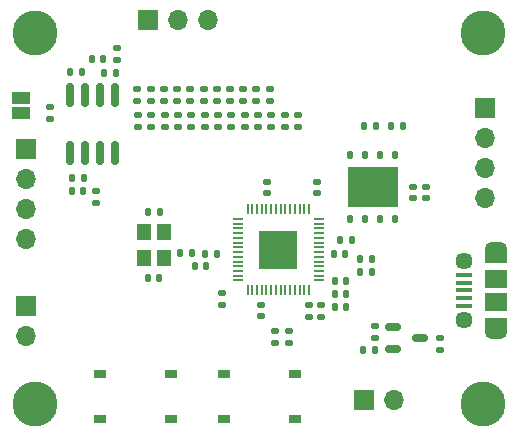
<source format=gbr>
%TF.GenerationSoftware,KiCad,Pcbnew,7.0.7*%
%TF.CreationDate,2023-09-18T16:24:31-07:00*%
%TF.ProjectId,pi_pico_dds,70695f70-6963-46f5-9f64-64732e6b6963,rev?*%
%TF.SameCoordinates,Original*%
%TF.FileFunction,Soldermask,Top*%
%TF.FilePolarity,Negative*%
%FSLAX46Y46*%
G04 Gerber Fmt 4.6, Leading zero omitted, Abs format (unit mm)*
G04 Created by KiCad (PCBNEW 7.0.7) date 2023-09-18 16:24:31*
%MOMM*%
%LPD*%
G01*
G04 APERTURE LIST*
G04 Aperture macros list*
%AMRoundRect*
0 Rectangle with rounded corners*
0 $1 Rounding radius*
0 $2 $3 $4 $5 $6 $7 $8 $9 X,Y pos of 4 corners*
0 Add a 4 corners polygon primitive as box body*
4,1,4,$2,$3,$4,$5,$6,$7,$8,$9,$2,$3,0*
0 Add four circle primitives for the rounded corners*
1,1,$1+$1,$2,$3*
1,1,$1+$1,$4,$5*
1,1,$1+$1,$6,$7*
1,1,$1+$1,$8,$9*
0 Add four rect primitives between the rounded corners*
20,1,$1+$1,$2,$3,$4,$5,0*
20,1,$1+$1,$4,$5,$6,$7,0*
20,1,$1+$1,$6,$7,$8,$9,0*
20,1,$1+$1,$8,$9,$2,$3,0*%
G04 Aperture macros list end*
%ADD10R,1.000000X0.750000*%
%ADD11RoundRect,0.135000X0.135000X0.185000X-0.135000X0.185000X-0.135000X-0.185000X0.135000X-0.185000X0*%
%ADD12RoundRect,0.135000X0.185000X-0.135000X0.185000X0.135000X-0.185000X0.135000X-0.185000X-0.135000X0*%
%ADD13R,1.500000X1.000000*%
%ADD14R,1.700000X1.700000*%
%ADD15O,1.700000X1.700000*%
%ADD16RoundRect,0.140000X0.170000X-0.140000X0.170000X0.140000X-0.170000X0.140000X-0.170000X-0.140000X0*%
%ADD17RoundRect,0.140000X0.140000X0.170000X-0.140000X0.170000X-0.140000X-0.170000X0.140000X-0.170000X0*%
%ADD18RoundRect,0.150000X0.150000X-0.825000X0.150000X0.825000X-0.150000X0.825000X-0.150000X-0.825000X0*%
%ADD19RoundRect,0.140000X-0.170000X0.140000X-0.170000X-0.140000X0.170000X-0.140000X0.170000X0.140000X0*%
%ADD20RoundRect,0.150000X-0.512500X-0.150000X0.512500X-0.150000X0.512500X0.150000X-0.512500X0.150000X0*%
%ADD21RoundRect,0.140000X-0.140000X-0.170000X0.140000X-0.170000X0.140000X0.170000X-0.140000X0.170000X0*%
%ADD22C,3.800000*%
%ADD23RoundRect,0.135000X-0.135000X-0.185000X0.135000X-0.185000X0.135000X0.185000X-0.135000X0.185000X0*%
%ADD24RoundRect,0.135000X-0.185000X0.135000X-0.185000X-0.135000X0.185000X-0.135000X0.185000X0.135000X0*%
%ADD25R,1.350000X0.400000*%
%ADD26O,1.900000X1.200000*%
%ADD27R,1.900000X1.200000*%
%ADD28C,1.450000*%
%ADD29R,1.900000X1.500000*%
%ADD30R,1.200000X1.400000*%
%ADD31RoundRect,0.050000X-0.050000X0.387500X-0.050000X-0.387500X0.050000X-0.387500X0.050000X0.387500X0*%
%ADD32RoundRect,0.050000X-0.387500X0.050000X-0.387500X-0.050000X0.387500X-0.050000X0.387500X0.050000X0*%
%ADD33R,3.200000X3.200000*%
%ADD34RoundRect,0.125000X-0.125000X0.250000X-0.125000X-0.250000X0.125000X-0.250000X0.125000X0.250000X0*%
%ADD35R,4.300000X3.400000*%
G04 APERTURE END LIST*
D10*
%TO.C,SW2*%
X183817000Y-96550000D03*
X189817000Y-96550000D03*
X183817000Y-100300000D03*
X189817000Y-100300000D03*
%TD*%
%TO.C,SW1*%
X173313000Y-96550000D03*
X179313000Y-96550000D03*
X173313000Y-100300000D03*
X179313000Y-100300000D03*
%TD*%
D11*
%TO.C,R37*%
X174627000Y-70993000D03*
X173607000Y-70993000D03*
%TD*%
D12*
%TO.C,R36*%
X169037000Y-73912000D03*
X169037000Y-74932000D03*
%TD*%
D13*
%TO.C,JP1*%
X166624000Y-73137000D03*
X166624000Y-74437000D03*
%TD*%
D14*
%TO.C,J6*%
X177342800Y-66522600D03*
D15*
X179882800Y-66522600D03*
X182422800Y-66522600D03*
%TD*%
D16*
%TO.C,C22*%
X174701200Y-68935600D03*
X174701200Y-69895600D03*
%TD*%
D17*
%TO.C,C21*%
X173581000Y-69850000D03*
X172621000Y-69850000D03*
%TD*%
D18*
%TO.C,U4*%
X170764200Y-77811400D03*
X172034200Y-77811400D03*
X173304200Y-77811400D03*
X174574200Y-77811400D03*
X174574200Y-72861400D03*
X173304200Y-72861400D03*
X172034200Y-72861400D03*
X170764200Y-72861400D03*
%TD*%
D12*
%TO.C,R32*%
X177615628Y-75565000D03*
X177615628Y-74545000D03*
%TD*%
%TO.C,R28*%
X182143400Y-75565000D03*
X182143400Y-74545000D03*
%TD*%
D17*
%TO.C,C4*%
X182293200Y-87325200D03*
X181333200Y-87325200D03*
%TD*%
D19*
%TO.C,C12*%
X192024000Y-90706000D03*
X192024000Y-91666000D03*
%TD*%
D14*
%TO.C,J3*%
X205866600Y-74025600D03*
D15*
X205866600Y-76565600D03*
X205866600Y-79105600D03*
X205866600Y-81645600D03*
%TD*%
D20*
%TO.C,U1*%
X198131000Y-92522000D03*
X198131000Y-94422000D03*
X200406000Y-93472000D03*
%TD*%
D21*
%TO.C,C11*%
X193068000Y-86309200D03*
X194028000Y-86309200D03*
%TD*%
D11*
%TO.C,R1*%
X196598000Y-94488000D03*
X195578000Y-94488000D03*
%TD*%
D12*
%TO.C,R15*%
X182051111Y-73361200D03*
X182051111Y-72341200D03*
%TD*%
%TO.C,R13*%
X184290255Y-73361200D03*
X184290255Y-72341200D03*
%TD*%
D19*
%TO.C,C10*%
X186944000Y-90655200D03*
X186944000Y-91615200D03*
%TD*%
D12*
%TO.C,R25*%
X185539229Y-75565000D03*
X185539229Y-74545000D03*
%TD*%
%TO.C,R12*%
X185409827Y-73361200D03*
X185409827Y-72341200D03*
%TD*%
%TO.C,R10*%
X187648977Y-73361200D03*
X187648977Y-72341200D03*
%TD*%
%TO.C,R31*%
X178747571Y-75565000D03*
X178747571Y-74545000D03*
%TD*%
%TO.C,R8*%
X188137800Y-93905800D03*
X188137800Y-92885800D03*
%TD*%
D17*
%TO.C,C8*%
X183156800Y-86309200D03*
X182196800Y-86309200D03*
%TD*%
D16*
%TO.C,C2*%
X196596000Y-93444000D03*
X196596000Y-92484000D03*
%TD*%
D11*
%TO.C,R6*%
X196293200Y-87884000D03*
X195273200Y-87884000D03*
%TD*%
D12*
%TO.C,R23*%
X187803115Y-75565000D03*
X187803115Y-74545000D03*
%TD*%
D14*
%TO.C,J2*%
X195617000Y-98679000D03*
D15*
X198157000Y-98679000D03*
%TD*%
D12*
%TO.C,R29*%
X181011457Y-75565000D03*
X181011457Y-74545000D03*
%TD*%
D16*
%TO.C,C16*%
X200914000Y-81630400D03*
X200914000Y-80670400D03*
%TD*%
D22*
%TO.C,H1*%
X205740000Y-67614800D03*
%TD*%
D23*
%TO.C,R5*%
X195628800Y-75539600D03*
X196648800Y-75539600D03*
%TD*%
D19*
%TO.C,C1*%
X202057000Y-93500000D03*
X202057000Y-94460000D03*
%TD*%
D12*
%TO.C,R9*%
X189255400Y-93880400D03*
X189255400Y-92860400D03*
%TD*%
D22*
%TO.C,H2*%
X205740000Y-99060000D03*
%TD*%
D14*
%TO.C,J4*%
X166979600Y-77419200D03*
D15*
X166979600Y-79959200D03*
X166979600Y-82499200D03*
X166979600Y-85039200D03*
%TD*%
D12*
%TO.C,R16*%
X180931539Y-73361200D03*
X180931539Y-72341200D03*
%TD*%
%TO.C,R21*%
X190067011Y-75565000D03*
X190067011Y-74545000D03*
%TD*%
%TO.C,R33*%
X176483685Y-75565000D03*
X176483685Y-74545000D03*
%TD*%
D22*
%TO.C,H3*%
X167767000Y-99060000D03*
%TD*%
D12*
%TO.C,R24*%
X186671172Y-75565000D03*
X186671172Y-74545000D03*
%TD*%
D24*
%TO.C,R2*%
X183642000Y-89609200D03*
X183642000Y-90629200D03*
%TD*%
D22*
%TO.C,H4*%
X167767000Y-67614800D03*
%TD*%
D11*
%TO.C,R4*%
X196293200Y-86766400D03*
X195273200Y-86766400D03*
%TD*%
D25*
%TO.C,J1*%
X204144700Y-90724000D03*
X204144700Y-90074000D03*
X204144700Y-89424000D03*
X204144700Y-88774000D03*
X204144700Y-88124000D03*
D26*
X206844700Y-92924000D03*
D27*
X206844700Y-92324000D03*
D28*
X204144700Y-91924000D03*
D29*
X206844700Y-90424000D03*
X206844700Y-88424000D03*
D28*
X204144700Y-86924000D03*
D27*
X206844700Y-86524000D03*
D26*
X206844700Y-85924000D03*
%TD*%
D12*
%TO.C,R14*%
X183170683Y-73361200D03*
X183170683Y-72341200D03*
%TD*%
%TO.C,R27*%
X183275343Y-75565000D03*
X183275343Y-74545000D03*
%TD*%
%TO.C,R20*%
X176453251Y-73361200D03*
X176453251Y-72341200D03*
%TD*%
D19*
%TO.C,C7*%
X191008000Y-90706000D03*
X191008000Y-91666000D03*
%TD*%
D21*
%TO.C,C19*%
X171726800Y-70916800D03*
X170766800Y-70916800D03*
%TD*%
D30*
%TO.C,Y1*%
X178689000Y-86698000D03*
X178689000Y-84498000D03*
X176989000Y-84498000D03*
X176989000Y-86698000D03*
%TD*%
D12*
%TO.C,R26*%
X184407286Y-75565000D03*
X184407286Y-74545000D03*
%TD*%
%TO.C,R30*%
X179879514Y-75565000D03*
X179879514Y-74545000D03*
%TD*%
%TO.C,R11*%
X186529399Y-73361200D03*
X186529399Y-72341200D03*
%TD*%
D14*
%TO.C,J5*%
X166979600Y-90754200D03*
D15*
X166979600Y-93294200D03*
%TD*%
D17*
%TO.C,C17*%
X178332600Y-82804000D03*
X177372600Y-82804000D03*
%TD*%
D16*
%TO.C,C6*%
X191617600Y-81201200D03*
X191617600Y-80241200D03*
%TD*%
%TO.C,C15*%
X199796400Y-81630400D03*
X199796400Y-80670400D03*
%TD*%
D23*
%TO.C,R3*%
X197914800Y-75539600D03*
X198934800Y-75539600D03*
%TD*%
D21*
%TO.C,C14*%
X193146800Y-90830400D03*
X194106800Y-90830400D03*
%TD*%
%TO.C,C5*%
X193146800Y-88646000D03*
X194106800Y-88646000D03*
%TD*%
D24*
%TO.C,R35*%
X172974000Y-81024000D03*
X172974000Y-82044000D03*
%TD*%
D11*
%TO.C,R7*%
X181104000Y-86233000D03*
X180084000Y-86233000D03*
%TD*%
D12*
%TO.C,R17*%
X179811967Y-73361200D03*
X179811967Y-72341200D03*
%TD*%
D21*
%TO.C,C3*%
X193626800Y-85191600D03*
X194586800Y-85191600D03*
%TD*%
D11*
%TO.C,R34*%
X171934600Y-79883000D03*
X170914600Y-79883000D03*
%TD*%
D31*
%TO.C,U3*%
X190976000Y-82550000D03*
X190576000Y-82550000D03*
X190176000Y-82550000D03*
X189776000Y-82550000D03*
X189376000Y-82550000D03*
X188976000Y-82550000D03*
X188576000Y-82550000D03*
X188176000Y-82550000D03*
X187776000Y-82550000D03*
X187376000Y-82550000D03*
X186976000Y-82550000D03*
X186576000Y-82550000D03*
X186176000Y-82550000D03*
X185776000Y-82550000D03*
D32*
X184938500Y-83387500D03*
X184938500Y-83787500D03*
X184938500Y-84187500D03*
X184938500Y-84587500D03*
X184938500Y-84987500D03*
X184938500Y-85387500D03*
X184938500Y-85787500D03*
X184938500Y-86187500D03*
X184938500Y-86587500D03*
X184938500Y-86987500D03*
X184938500Y-87387500D03*
X184938500Y-87787500D03*
X184938500Y-88187500D03*
X184938500Y-88587500D03*
D31*
X185776000Y-89425000D03*
X186176000Y-89425000D03*
X186576000Y-89425000D03*
X186976000Y-89425000D03*
X187376000Y-89425000D03*
X187776000Y-89425000D03*
X188176000Y-89425000D03*
X188576000Y-89425000D03*
X188976000Y-89425000D03*
X189376000Y-89425000D03*
X189776000Y-89425000D03*
X190176000Y-89425000D03*
X190576000Y-89425000D03*
X190976000Y-89425000D03*
D32*
X191813500Y-88587500D03*
X191813500Y-88187500D03*
X191813500Y-87787500D03*
X191813500Y-87387500D03*
X191813500Y-86987500D03*
X191813500Y-86587500D03*
X191813500Y-86187500D03*
X191813500Y-85787500D03*
X191813500Y-85387500D03*
X191813500Y-84987500D03*
X191813500Y-84587500D03*
X191813500Y-84187500D03*
X191813500Y-83787500D03*
X191813500Y-83387500D03*
D33*
X188376000Y-85987500D03*
%TD*%
D16*
%TO.C,C9*%
X187401200Y-81201200D03*
X187401200Y-80241200D03*
%TD*%
D12*
%TO.C,R22*%
X188935058Y-75565000D03*
X188935058Y-74545000D03*
%TD*%
D21*
%TO.C,C13*%
X193146800Y-89763600D03*
X194106800Y-89763600D03*
%TD*%
D34*
%TO.C,U2*%
X198289600Y-78007600D03*
X197019600Y-78007600D03*
X195749600Y-78007600D03*
X194479600Y-78007600D03*
X194479600Y-83407600D03*
X195749600Y-83407600D03*
X197019600Y-83407600D03*
X198289600Y-83407600D03*
D35*
X196384600Y-80707600D03*
%TD*%
D21*
%TO.C,C18*%
X177321800Y-88341200D03*
X178281800Y-88341200D03*
%TD*%
%TO.C,C20*%
X170919200Y-81026000D03*
X171879200Y-81026000D03*
%TD*%
D12*
%TO.C,R19*%
X177572823Y-73361200D03*
X177572823Y-72341200D03*
%TD*%
%TO.C,R18*%
X178692395Y-73361200D03*
X178692395Y-72341200D03*
%TD*%
M02*

</source>
